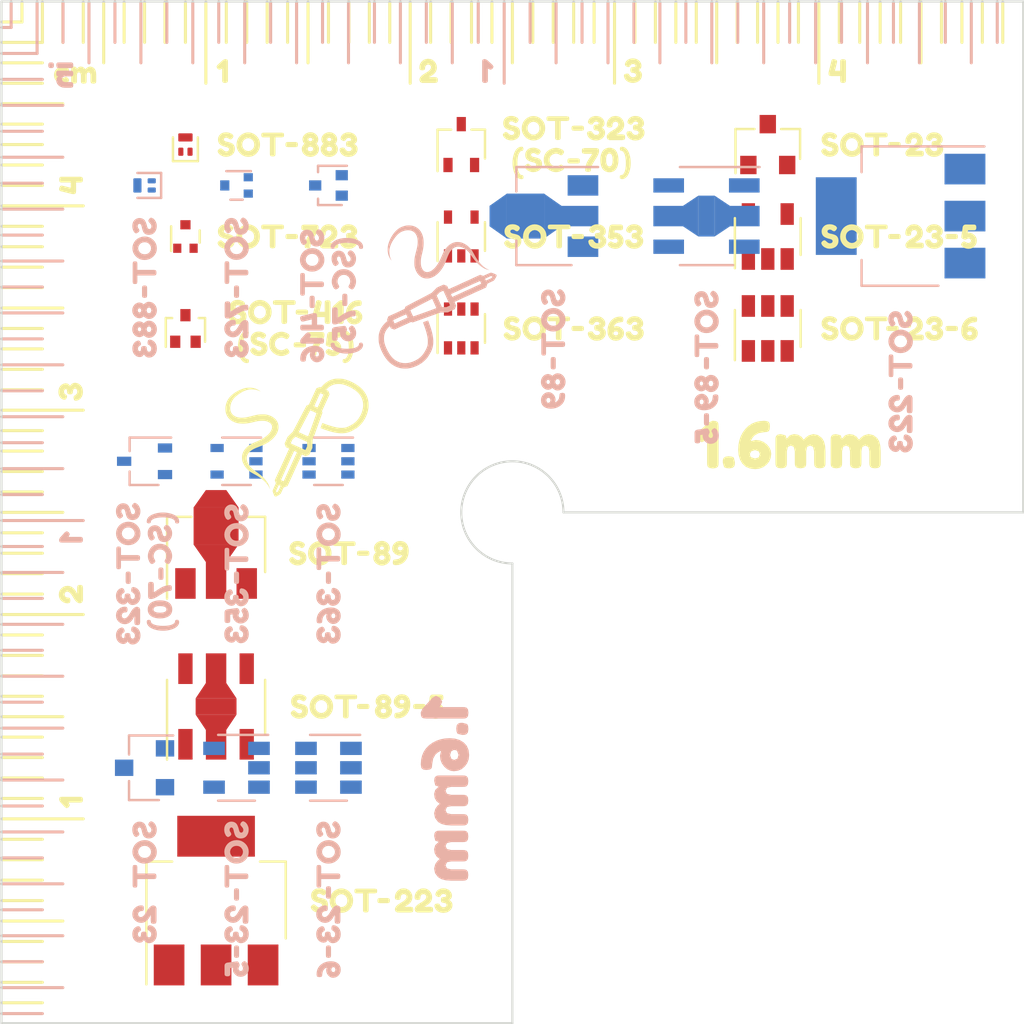
<source format=kicad_pcb>
(kicad_pcb (version 20221232) (generator pcbnew)
  (layers (0 "F.Cu" signal) (31 "B.Cu" signal) (34 "B.Paste" user) (35 "F.Paste" user) (36 "B.SilkS" user "B.Silkscreen") (37 "F.SilkS" user "F.Silkscreen") (38 "B.Mask" user) (39 "F.Mask" user) (44 "Edge.Cuts" user))
  (net 0 "")
  (footprint "kibuzzard-61E04E6F" (layer "F.Cu") (at 38.7 64)
    (fp_text reference "kibuzzard-61E04E6F" hide)
    (fp_text value "G***" hide)
  )
  (footprint "kibuzzard-61E037DF" (layer "F.Cu") (at 23.4 59.2 90)
    (fp_text reference "kibuzzard-61E037DF" hide)
    (fp_text value "G***" hide)
  )
  (footprint "kibuzzard-61E04E5B" (layer "F.Cu") (at 34.4 36.9)
    (fp_text reference "kibuzzard-61E04E5B" hide)
    (fp_text value "G***" hide)
  )
  (footprint "kibuzzard-61E04E6F" (layer "F.Cu") (at 48.2 26.2)
    (fp_text reference "kibuzzard-61E04E6F" hide)
    (fp_text value "G***" hide)
  )
  (footprint "Package_TO_SOT_SMD:SOT-89-5" (layer "F.Cu") (at 30.5 54.5 90)
    (fp_text reference "SOT-89-5" hide)
    (fp_text value "SOT-89-5" hide)
    (pad "1" smd rect locked (at -1.85 -1.5) (size 0.7 1.5) (layers "F.Cu" "F.Paste" "F.Mask"))
    (pad "2" smd rect locked (at -1.85 0) (size 1 1.5) (layers "F.Cu" "F.Paste" "F.Mask"))
    (pad "2" smd trapezoid locked (at -0.775 0 180) (size 1.5 0.75) (rect_delta 0 0.5) (layers "F.Cu" "F.Paste" "F.Mask"))
    (pad "2" smd rect locked (at 0 0) (size 2 0.8) (layers "F.Cu" "F.Paste" "F.Mask"))
    (pad "2" smd trapezoid locked (at 0.775 0) (size 1.5 0.75) (rect_delta 0 0.5) (layers "F.Cu" "F.Paste" "F.Mask"))
    (pad "2" smd rect locked (at 1.85 0) (size 1 1.5) (layers "F.Cu" "F.Paste" "F.Mask"))
    (pad "3" smd rect locked (at -1.85 1.5) (size 0.7 1.5) (layers "F.Cu" "F.Paste" "F.Mask"))
    (pad "4" smd rect locked (at 1.85 1.5) (size 0.7 1.5) (layers "F.Cu" "F.Paste" "F.Mask"))
    (pad "5" smd rect locked (at 1.85 -1.5) (size 0.7 1.5) (layers "F.Cu" "F.Paste" "F.Mask"))
  )
  (footprint "kibuzzard-61E04CF6" (layer "F.Cu") (at 63.922325 31.5)
    (fp_text reference "kibuzzard-61E04CF6" hide)
    (fp_text value "G***" hide)
  )
  (footprint "Package_TO_SOT_SMD:SOT-363_SC-70-6" (layer "F.Cu") (at 42.5 36 90)
    (fp_text reference "SOT-363" hide)
    (fp_text value "SOT-363_SC-70-6" hide)
    (pad "1" smd rect locked (at -0.95 -0.65 90) (size 0.65 0.4) (layers "F.Cu" "F.Paste" "F.Mask"))
    (pad "2" smd rect locked (at -0.95 0 90) (size 0.65 0.4) (layers "F.Cu" "F.Paste" "F.Mask"))
    (pad "3" smd rect locked (at -0.95 0.65 90) (size 0.65 0.4) (layers "F.Cu" "F.Paste" "F.Mask"))
    (pad "4" smd rect locked (at 0.95 0.65 90) (size 0.65 0.4) (layers "F.Cu" "F.Paste" "F.Mask"))
    (pad "5" smd rect locked (at 0.95 0 90) (size 0.65 0.4) (layers "F.Cu" "F.Paste" "F.Mask"))
    (pad "6" smd rect locked (at 0.95 -0.65 90) (size 0.65 0.4) (layers "F.Cu" "F.Paste" "F.Mask"))
  )
  (footprint "kibuzzard-61E04E6F" (layer "F.Cu") (at 37.7 47)
    (fp_text reference "kibuzzard-61E04E6F" hide)
    (fp_text value "G***" hide)
  )
  (footprint "Package_TO_SOT_SMD:SOT-416" (layer "F.Cu") (at 29 36 90)
    (fp_text reference "SOT-416" hide)
    (fp_text value "SOT-416")
    (pad "1" smd rect locked (at -0.65 -0.5 90) (size 0.6 0.5) (layers "F.Cu" "F.Paste" "F.Mask"))
    (pad "2" smd rect locked (at -0.65 0.5 90) (size 0.6 0.5) (layers "F.Cu" "F.Paste" "F.Mask"))
    (pad "3" smd rect locked (at 0.65 0 90) (size 0.6 0.5) (layers "F.Cu" "F.Paste" "F.Mask"))
  )
  (footprint "kibuzzard-61E04D0B" (layer "F.Cu") (at 37 47)
    (fp_text reference "kibuzzard-61E04D0B" hide)
    (fp_text value "G***" hide)
  )
  (footprint "kibuzzard-61E04E6F" (layer "F.Cu") (at 37.7 54.5)
    (fp_text reference "kibuzzard-61E04E6F" hide)
    (fp_text value "G***" hide)
  )
  (footprint "kibuzzard-61E04E6F" (layer "F.Cu") (at 48 27.8)
    (fp_text reference "kibuzzard-61E04E6F" hide)
    (fp_text value "G***" hide)
  )
  (footprint "kibuzzard-61E04CDB" (layer "F.Cu") (at 48 31.5)
    (fp_text reference "kibuzzard-61E04CDB" hide)
    (fp_text value "G***" hide)
  )
  (footprint "kibuzzard-61E04CFB" (layer "F.Cu") (at 63.946137 36)
    (fp_text reference "kibuzzard-61E04CFB" hide)
    (fp_text value "G***" hide)
  )
  (footprint "kibuzzard-61E04CD4" (layer "F.Cu") (at 48 36)
    (fp_text reference "kibuzzard-61E04CD4" hide)
    (fp_text value "G***" hide)
  )
  (footprint "Package_TO_SOT_SMD:SOT-323_SC-70" (layer "F.Cu") (at 42.5 27 90)
    (fp_text reference "SOT-323" hide)
    (fp_text value "SOT-323_SC-70")
    (pad "1" smd rect locked (at -1 -0.65) (size 0.45 0.7) (layers "F.Cu" "F.Paste" "F.Mask"))
    (pad "2" smd rect locked (at -1 0.65) (size 0.45 0.7) (layers "F.Cu" "F.Paste" "F.Mask"))
    (pad "3" smd rect locked (at 1 0) (size 0.45 0.7) (layers "F.Cu" "F.Paste" "F.Mask"))
  )
  (footprint "kibuzzard-61E04E6F" (layer "F.Cu") (at 34.2 31.5)
    (fp_text reference "kibuzzard-61E04E6F" hide)
    (fp_text value "G***" hide)
  )
  (footprint "Package_TO_SOT_SMD:SOT-723" (layer "F.Cu") (at 29 31.5 90)
    (fp_text reference "SOT-723" hide)
    (fp_text value "SOT-723")
    (pad "1" smd rect locked (at -0.575 -0.4 90) (size 0.45 0.4) (layers "F.Cu" "F.Paste" "F.Mask"))
    (pad "2" smd rect locked (at -0.575 0.4 90) (size 0.45 0.4) (layers "F.Cu" "F.Paste" "F.Mask"))
    (pad "3" smd rect locked (at 0.575 0 90) (size 0.45 0.5) (layers "F.Cu" "F.Paste" "F.Mask"))
  )
  (footprint "kibuzzard-61E037E5" (layer "F.Cu") (at 23.383331 39.1 90)
    (fp_text reference "kibuzzard-61E037E5" hide)
    (fp_text value "G***" hide)
  )
  (footprint "kibuzzard-61E04E6F" (layer "F.Cu") (at 34.6 36.8)
    (fp_text reference "kibuzzard-61E04E6F" hide)
    (fp_text value "G***" hide)
  )
  (footprint "kibuzzard-61E04CCA" (layer "F.Cu") (at 34.4 35.2)
    (fp_text reference "kibuzzard-61E04CCA" hide)
    (fp_text value "G***" hide)
  )
  (footprint "kibuzzard-61E04CEE" (layer "F.Cu") (at 63.1 27)
    (fp_text reference "kibuzzard-61E04CEE" hide)
    (fp_text value "G***" hide)
  )
  (footprint "kibuzzard-61E04CB8" (layer "F.Cu") (at 34 27)
    (fp_text reference "kibuzzard-61E04CB8" hide)
    (fp_text value "G***" hide)
  )
  (footprint "kibuzzard-61E04E6F" (layer "F.Cu") (at 34.7 35.2)
    (fp_text reference "kibuzzard-61E04E6F" hide)
    (fp_text value "G***" hide)
  )
  (footprint "Package_TO_SOT_SMD:SOT-883" (layer "F.Cu") (at 29 27 90)
    (fp_text reference "SOT-883" hide)
    (fp_text value "SOT-883")
    (pad "1" smd roundrect locked (at -0.35 -0.225 90) (size 0.4 0.25) (layers "F.Cu" "F.Paste" "F.Mask") (roundrect_rratio 0.2))
    (pad "2" smd roundrect locked (at -0.35 0.225 90) (size 0.4 0.25) (layers "F.Cu" "F.Paste" "F.Mask") (roundrect_rratio 0.2))
    (pad "3" smd roundrect locked (at 0.35 0 90) (size 0.4 0.7) (layers "F.Cu" "F.Paste" "F.Mask") (roundrect_rratio 0.125))
  )
  (footprint "kibuzzard-61E037E5" (layer "F.Cu") (at 50.9 23.383331)
    (fp_text reference "kibuzzard-61E037E5" hide)
    (fp_text value "G***" hide)
  )
  (footprint "Package_TO_SOT_SMD:SOT-353_SC-70-5" (layer "F.Cu") (at 42.5 31.5 90)
    (fp_text reference "SOT-353" hide)
    (fp_text value "SOT-353_SC-70-5" hide)
    (pad "1" smd rect locked (at -0.95 -0.65 90) (size 0.65 0.4) (layers "F.Cu" "F.Paste" "F.Mask"))
    (pad "2" smd rect locked (at -0.95 0 90) (size 0.65 0.4) (layers "F.Cu" "F.Paste" "F.Mask"))
    (pad "3" smd rect locked (at -0.95 0.65 90) (size 0.65 0.4) (layers "F.Cu" "F.Paste" "F.Mask"))
    (pad "4" smd rect locked (at 0.95 0.65 90) (size 0.65 0.4) (layers "F.Cu" "F.Paste" "F.Mask"))
    (pad "5" smd rect locked (at 0.95 -0.65 90) (size 0.65 0.4) (layers "F.Cu" "F.Paste" "F.Mask"))
  )
  (footprint "kibuzzard-61E04E6F" (layer "F.Cu") (at 66.5 31.5)
    (fp_text reference "kibuzzard-61E04E6F" hide)
    (fp_text value "G***" hide)
  )
  (footprint "kibuzzard-61E037E3" (layer "F.Cu") (at 40.9 23.392062)
    (fp_text reference "kibuzzard-61E037E3" hide)
    (fp_text value "G***" hide)
  )
  (footprint "kibuzzard-61E04D05" (layer "F.Cu") (at 37.9 54.5)
    (fp_text reference "kibuzzard-61E04D05" hide)
    (fp_text value "G***" hide)
  )
  (footprint "kibuzzard-61E04C9B" (layer "F.Cu") (at 58.5 41.7)
    (fp_text reference "kibuzzard-61E04C9B" hide)
    (fp_text value "G***" hide)
  )
  (footprint "Package_TO_SOT_SMD:SOT-223" (layer "F.Cu") (at 30.5 64 90)
    (fp_text reference "SOT-223" hide)
    (fp_text value "SOT-223")
    (pad "1" smd rect locked (at -3.15 -2.3 90) (size 2 1.5) (layers "F.Cu" "F.Paste" "F.Mask"))
    (pad "2" smd rect locked (at -3.15 0 90) (size 2 1.5) (layers "F.Cu" "F.Paste" "F.Mask"))
    (pad "3" smd rect locked (at -3.15 2.3 90) (size 2 1.5) (layers "F.Cu" "F.Paste" "F.Mask"))
    (pad "4" smd rect locked (at 3.15 0 90) (size 2 3.8) (layers "F.Cu" "F.Paste" "F.Mask"))
  )
  (footprint "kibuzzard-61E04E6F" (layer "F.Cu") (at 40.45 54.5)
    (fp_text reference "kibuzzard-61E04E6F" hide)
    (fp_text value "G***" hide)
  )
  (footprint "kibuzzard-61E04E6F" (layer "F.Cu") (at 48.2 36)
    (fp_text reference "kibuzzard-61E04E6F" hide)
    (fp_text value "G***" hide)
  )
  (footprint "kibuzzard-61E04E6F" (layer "F.Cu") (at 66.5 36)
    (fp_text reference "kibuzzard-61E04E6F" hide)
    (fp_text value "G***" hide)
  )
  (footprint "kibuzzard-61E04D14" (layer "F.Cu") (at 38.6 64)
    (fp_text reference "kibuzzard-61E04D14" hide)
    (fp_text value "G***" hide)
  )
  (footprint "kibuzzard-61E037E9" (layer "F.Cu") (at 60.9 23.4)
    (fp_text reference "kibuzzard-61E037E9" hide)
    (fp_text value "G***" hide)
  )
  (footprint "kibuzzard-61E037D5" (layer "F.Cu") (at 23.6 23.6)
    (fp_text reference "kibuzzard-61E037D5" hide)
    (fp_text value "G***" hide)
  )
  (footprint "Package_TO_SOT_SMD:SOT-89-3" (layer "F.Cu") (at 30.5 47 90)
    (fp_text reference "SOT-89" hide)
    (fp_text value "SOT-89-3")
    (pad "1" smd rect locked (at -1.48 -1.5) (size 1 1.5) (layers "F.Cu" "F.Paste" "F.Mask"))
    (pad "2" smd rect locked (at -1.3335 0) (size 1 1.8) (layers "F.Cu" "F.Paste" "F.Mask"))
    (pad "2" smd trapezoid locked (at -0.0762 0 180) (size 1.5 1) (rect_delta 0 0.7) (layers "F.Cu" "F.Paste" "F.Mask"))
    (pad "2" smd rect locked (at 1.3335 0) (size 2.2 1.84) (layers "F.Cu" "F.Paste" "F.Mask"))
    (pad "2" smd trapezoid locked (at 2.667 0) (size 1.6 0.85) (rect_delta 0 0.6) (layers "F.Cu" "F.Paste" "F.Mask"))
    (pad "3" smd rect locked (at -1.48 1.5) (size 1 1.5) (layers "F.Cu" "F.Paste" "F.Mask"))
  )
  (footprint "kibuzzard-61E04E6F" (layer "F.Cu") (at 48.2 31.5)
    (fp_text reference "kibuzzard-61E04E6F" hide)
    (fp_text value "G***" hide)
  )
  (footprint "kibuzzard-61E037E3" (layer "F.Cu") (at 23.392062 49 90)
    (fp_text reference "kibuzzard-61E037E3" hide)
    (fp_text value "G***" hide)
  )
  (footprint "kibuzzard-61E037E9" (layer "F.Cu") (at 23.4 29 90)
    (fp_text reference "kibuzzard-61E037E9" hide)
    (fp_text value "G***" hide)
  )
  (footprint "Package_TO_SOT_SMD:SOT-23-5" (layer "F.Cu") (at 57.5 31.5 90)
    (fp_text reference "SOT-23-5" hide)
    (fp_text value "SOT-23-5")
    (pad "1" smd rect locked (at -1.1 -0.95 90) (size 1.06 0.65) (layers "F.Cu" "F.Paste" "F.Mask"))
    (pad "2" smd rect locked (at -1.1 0 90) (size 1.06 0.65) (layers "F.Cu" "F.Paste" "F.Mask"))
    (pad "3" smd rect locked (at -1.1 0.95 90) (size 1.06 0.65) (layers "F.Cu" "F.Paste" "F.Mask"))
    (pad "4" smd rect locked (at 1.1 0.95 90) (size 1.06 0.65) (layers "F.Cu" "F.Paste" "F.Mask"))
    (pad "5" smd rect locked (at 1.1 -0.95 90) (size 1.06 0.65) (layers "F.Cu" "F.Paste" "F.Mask"))
  )
  (footprint "kibuzzard-61E037DF" (layer "F.Cu") (at 30.8 23.4)
    (fp_text reference "kibuzzard-61E037DF" hide)
    (fp_text value "G***" hide)
  )
  (footprint "Symbols_Extra:SolderParty-New-Logo_7.5x6.4mm_SilkScreen" (layer "F.Cu") (at 34.7 41.1)
    (fp_text reference "G***" hide)
    (fp_text value "LOGO" hide)
  )
  (footprint "kibuzzard-61E04CC2" (layer "F.Cu") (at 34 31.5)
    (fp_text reference "kibuzzard-61E04CC2" hide)
    (fp_text value "G***" hide)
  )
  (footprint "kibuzzard-61E04CE3" (layer "F.Cu") (at 48 26.2)
    (fp_text reference "kibuzzard-61E04CE3" hide)
    (fp_text value "G***" hide)
  )
  (footprint "Package_TO_SOT_SMD:SOT-23-6" (layer "F.Cu") (at 57.5 36 90)
    (fp_text reference "SOT-23-6" hide)
    (fp_text value "SOT-23-6")
    (pad "1" smd rect locked (at -1.1 -0.95 90) (size 1.06 0.65) (layers "F.Cu" "F.Paste" "F.Mask"))
    (pad "2" smd rect locked (at -1.1 0 90) (size 1.06 0.65) (layers "F.Cu" "F.Paste" "F.Mask"))
    (pad "3" smd rect locked (at -1.1 0.95 90) (size 1.06 0.65) (layers "F.Cu" "F.Paste" "F.Mask"))
    (pad "4" smd rect locked (at 1.1 0.95 90) (size 1.06 0.65) (layers "F.Cu" "F.Paste" "F.Mask"))
    (pad "5" smd rect locked (at 1.1 0 90) (size 1.06 0.65) (layers "F.Cu" "F.Paste" "F.Mask"))
    (pad "6" smd rect locked (at 1.1 -0.95 90) (size 1.06 0.65) (layers "F.Cu" "F.Paste" "F.Mask"))
  )
  (footprint "Package_TO_SOT_SMD:SOT-23" (layer "F.Cu") (at 57.5 27 90)
    (fp_text reference "SOT-23" hide)
    (fp_text value "SOT-23")
    (pad "1" smd rect locked (at -1 -0.95 90) (size 0.9 0.8) (layers "F.Cu" "F.Paste" "F.Mask"))
    (pad "2" smd rect locked (at -1 0.95 90) (size 0.9 0.8) (layers "F.Cu" "F.Paste" "F.Mask"))
    (pad "3" smd rect locked (at 1 0 90) (size 0.9 0.8) (layers "F.Cu" "F.Paste" "F.Mask"))
  )
  (footprint "kibuzzard-61E04E50" (layer "F.Cu") (at 47.9 27.9)
    (fp_text reference "kibuzzard-61E04E50" hide)
    (fp_text value "G***" hide)
  )
  (footprint "kibuzzard-61E04E6F" (layer "F.Cu") (at 63.6 36)
    (fp_text reference "kibuzzard-61E04E6F" hide)
    (fp_text value "G***" hide)
  )
  (footprint "kibuzzard-61E04E6F" (layer "F.Cu") (at 63.7 31.5)
    (fp_text reference "kibuzzard-61E04E6F" hide)
    (fp_text value "G***" hide)
  )
  (footprint "kibuzzard-61E04E6F" (layer "F.Cu") (at 63.7 27)
    (fp_text reference "kibuzzard-61E04E6F" hide)
    (fp_text value "G***" hide)
  )
  (footprint "kibuzzard-61E04E6F" (layer "F.Cu") (at 34.2 27)
    (fp_text reference "kibuzzard-61E04E6F" hide)
    (fp_text value "G***" hide)
  )
  (footprint "kibuzzard-61E04CDB" (layer "B.Cu") (at 31.5 48 -90)
    (fp_text reference "kibuzzard-61E04CDB" hide)
    (fp_text value "G***" hide)
  )
  (footprint "kibuzzard-61E04E6F" (layer "B.Cu") (at 27.8 48 -90)
    (fp_text reference "kibuzzard-61E04E6F" hide)
    (fp_text value "G***" hide)
  )
  (footprint "kibuzzard-61E04D05" (layer "B.Cu") (at 54.5 37.9 -90)
    (fp_text reference "kibuzzard-61E04D05" hide)
    (fp_text value "G***" hide)
  )
  (footprint "kibuzzard-61E04E6F" (layer "B.Cu") (at 36 48.2 -90)
    (fp_text reference "kibuzzard-61E04E6F" hide)
    (fp_text value "G***" hide)
  )
  (footprint "Package_TO_SOT_SMD:SOT-23-6" (layer "B.Cu") (at 36 57.5 180)
    (fp_text reference "SOT-23-6" hide)
    (fp_text value "SOT-23-6")
    (pad "1" smd rect locked (at -1.1 0.95 180) (size 1.06 0.65) (layers "B.Cu" "B.Paste" "B.Mask"))
    (pad "2" smd rect locked (at -1.1 0 180) (size 1.06 0.65) (layers "B.Cu" "B.Paste" "B.Mask"))
    (pad "3" smd rect locked (at -1.1 -0.95 180) (size 1.06 0.65) (layers "B.Cu" "B.Paste" "B.Mask"))
    (pad "4" smd rect locked (at 1.1 -0.95 180) (size 1.06 0.65) (layers "B.Cu" "B.Paste" "B.Mask"))
    (pad "5" smd rect locked (at 1.1 0 180) (size 1.06 0.65) (layers "B.Cu" "B.Paste" "B.Mask"))
    (pad "6" smd rect locked (at 1.1 0.95 180) (size 1.06 0.65) (layers "B.Cu" "B.Paste" "B.Mask"))
  )
  (footprint "Package_TO_SOT_SMD:SOT-323_SC-70" (layer "B.Cu") (at 27 42.5 180)
    (fp_text reference "SOT-323" hide)
    (fp_text value "SOT-323_SC-70")
    (pad "1" smd rect locked (at -1 0.65 270) (size 0.45 0.7) (layers "B.Cu" "B.Paste" "B.Mask"))
    (pad "2" smd rect locked (at -1 -0.65 270) (size 0.45 0.7) (layers "B.Cu" "B.Paste" "B.Mask"))
    (pad "3" smd rect locked (at 1 0 270) (size 0.45 0.7) (layers "B.Cu" "B.Paste" "B.Mask"))
  )
  (footprint "Package_TO_SOT_SMD:SOT-223" (layer "B.Cu") (at 64 30.5 180)
    (fp_text reference "SOT-223" hide)
    (fp_text value "SOT-223")
    (pad "1" smd rect locked (at -3.15 2.3 180) (size 2 1.5) (layers "B.Cu" "B.Paste" "B.Mask"))
    (pad "2" smd rect locked (at -3.15 0 180) (size 2 1.5) (layers "B.Cu" "B.Paste" "B.Mask"))
    (pad "3" smd rect locked (at -3.15 -2.3 180) (size 2 1.5) (layers "B.Cu" "B.Paste" "B.Mask"))
    (pad "4" smd rect locked (at 3.15 0 180) (size 2 3.8) (layers "B.Cu" "B.Paste" "B.Mask"))
  )
  (footprint "Package_TO_SOT_SMD:SOT-23" (layer "B.Cu") (at 27 57.5 180)
    (fp_text reference "SOT-23" hide)
    (fp_text value "SOT-23")
    (pad "1" smd rect locked (at -1 0.95 180) (size 0.9 0.8) (layers "B.Cu" "B.Paste" "B.Mask"))
    (pad "2" smd rect locked (at -1 -0.95 180) (size 0.9 0.8) (layers "B.Cu" "B.Paste" "B.Mask"))
    (pad "3" smd rect locked (at 1 0 180) (size 0.9 0.8) (layers "B.Cu" "B.Paste" "B.Mask"))
  )
  (footprint "Package_TO_SOT_SMD:SOT-363_SC-70-6" (layer "B.Cu") (at 36 42.5 180)
    (fp_text reference "SOT-363" hide)
    (fp_text value "SOT-363_SC-70-6" hide)
    (pad "1" smd rect locked (at -0.95 0.65 180) (size 0.65 0.4) (layers "B.Cu" "B.Paste" "B.Mask"))
    (pad "2" smd rect locked (at -0.95 0 180) (size 0.65 0.4) (layers "B.Cu" "B.Paste" "B.Mask"))
    (pad "3" smd rect locked (at -0.95 -0.65 180) (size 0.65 0.4) (layers "B.Cu" "B.Paste" "B.Mask"))
    (pad "4" smd rect locked (at 0.95 -0.65 180) (size 0.65 0.4) (layers "B.Cu" "B.Paste" "B.Mask"))
    (pad "5" smd rect locked (at 0.95 0 180) (size 0.65 0.4) (layers "B.Cu" "B.Paste" "B.Mask"))
    (pad "6" smd rect locked (at 0.95 0.65 180) (size 0.65 0.4) (layers "B.Cu" "B.Paste" "B.Mask"))
  )
  (footprint "kibuzzard-61E04E6F" (layer "B.Cu") (at 27 34.2 -90)
    (fp_text reference "kibuzzard-61E04E6F" hide)
    (fp_text value "G***" hide)
  )
  (footprint "kibuzzard-61E04E6F" (layer "B.Cu") (at 36 66.5 -90)
    (fp_text reference "kibuzzard-61E04E6F" hide)
    (fp_text value "G***" hide)
  )
  (footprint "Symbols_Extra:SolderParty-New-Logo_7.5x6.4mm_SilkScreen" (layer "B.Cu") (at 41.1 34.7 -90)
    (fp_text reference "G***" hide)
    (fp_text value "LOGO" hide)
  )
  (footprint "kibuzzard-61E04CB8" (layer "B.Cu") (at 27 34 -90)
    (fp_text reference "kibuzzard-61E04CB8" hide)
    (fp_text value "G***" hide)
  )
  (footprint "kibuzzard-61E04E6F" (layer "B.Cu") (at 31.5 34.2 -90)
    (fp_text reference "kibuzzard-61E04E6F" hide)
    (fp_text value "G***" hide)
  )
  (footprint "kibuzzard-61E04E6F" (layer "B.Cu") (at 31.5 63.7 -90)
    (fp_text reference "kibuzzard-61E04E6F" hide)
    (fp_text value "G***" hide)
  )
  (footprint "kibuzzard-61E04CFB" (layer "B.Cu") (at 36 63.946137 -90)
    (fp_text reference "kibuzzard-61E04CFB" hide)
    (fp_text value "G***" hide)
  )
  (footprint "kibuzzard-61E04CD4" (layer "B.Cu") (at 36 48 -90)
    (fp_text reference "kibuzzard-61E04CD4" hide)
    (fp_text value "G***" hide)
  )
  (footprint "kibuzzard-61E04E6F" (layer "B.Cu") (at 26.2 48.2 -90)
    (fp_text reference "kibuzzard-61E04E6F" hide)
    (fp_text value "G***" hide)
  )
  (footprint "kibuzzard-61E04E6F" (layer "B.Cu") (at 36 63.6 -90)
    (fp_text reference "kibuzzard-61E04E6F" hide)
    (fp_text value "G***" hide)
  )
  (footprint "kibuzzard-61E04E6F" (layer "B.Cu") (at 47 37.7 -90)
    (fp_text reference "kibuzzard-61E04E6F" hide)
    (fp_text value "G***" hide)
  )
  (footprint "kibuzzard-61E04CC2" (layer "B.Cu") (at 31.5 34 -90)
    (fp_text reference "kibuzzard-61E04CC2" hide)
    (fp_text value "G***" hide)
  )
  (footprint "kibuzzard-61E04E5B" (layer "B.Cu") (at 36.9 34.4 -90)
    (fp_text reference "kibuzzard-61E04E5B" hide)
    (fp_text value "G***" hide)
  )
  (footprint "kibuzzard-61E04CCA" (layer "B.Cu") (at 35.2 34.4 -90)
    (fp_text reference "kibuzzard-61E04CCA" hide)
    (fp_text value "G***" hide)
  )
  (footprint "Package_TO_SOT_SMD:SOT-353_SC-70-5" (layer "B.Cu") (at 31.5 42.5 180)
    (fp_text reference "SOT-353" hide)
    (fp_text value "SOT-353_SC-70-5" hide)
    (pad "1" smd rect locked (at -0.95 0.65 180) (size 0.65 0.4) (layers "B.Cu" "B.Paste" "B.Mask"))
    (pad "2" smd rect locked (at -0.95 0 180) (size 0.65 0.4) (layers "B.Cu" "B.Paste" "B.Mask"))
    (pad "3" smd rect locked (at -0.95 -0.65 180) (size 0.65 0.4) (layers "B.Cu" "B.Paste" "B.Mask"))
    (pad "4" smd rect locked (at 0.95 -0.65 180) (size 0.65 0.4) (layers "B.Cu" "B.Paste" "B.Mask"))
    (pad "5" smd rect locked (at 0.95 0.65 180) (size 0.65 0.4) (layers "B.Cu" "B.Paste" "B.Mask"))
  )
  (footprint "kibuzzard-61E04E6F" (layer "B.Cu") (at 54.5 37.7 -90)
    (fp_text reference "kibuzzard-61E04E6F" hide)
    (fp_text value "G***" hide)
  )
  (footprint "kibuzzard-61E04E6F" (layer "B.Cu") (at 54.5 40.45 -90)
    (fp_text reference "kibuzzard-61E04E6F" hide)
    (fp_text value "G***" hide)
  )
  (footprint "kibuzzard-61E04E6F" (layer "B.Cu") (at 64 38.7 -90)
    (fp_text reference "kibuzzard-61E04E6F" hide)
    (fp_text value "G***" hide)
  )
  (footprint "Package_TO_SOT_SMD:SOT-416" (layer "B.Cu") (at 36 29 180)
    (fp_text reference "SOT-416" hide)
    (fp_text value "SOT-416")
    (pad "1" smd rect locked (at -0.65 0.5 180) (size 0.6 0.5) (layers "B.Cu" "B.Paste" "B.Mask"))
    (pad "2" smd rect locked (at -0.65 -0.5 180) (size 0.6 0.5) (layers "B.Cu" "B.Paste" "B.Mask"))
    (pad "3" smd rect locked (at 0.65 0 180) (size 0.6 0.5) (layers "B.Cu" "B.Paste" "B.Mask"))
  )
  (footprint "kibuzzard-61E04D0B" (layer "B.Cu") (at 47 37 -90)
    (fp_text reference "kibuzzard-61E04D0B" hide)
    (fp_text value "G***" hide)
  )
  (footprint "kibuzzard-61E04E6F" (layer "B.Cu") (at 36.8 34.6 -90)
    (fp_text reference "kibuzzard-61E04E6F" hide)
    (fp_text value "G***" hide)
  )
  (footprint "kibuzzard-61E03F3F" (layer "B.Cu") (at 22.9 23.6 -90)
    (fp_text reference "kibuzzard-61E03F3F" hide)
    (fp_text value "G***" hide)
  )
  (footprint "kibuzzard-61E04CF6" (layer "B.Cu") (at 31.5 63.922325 -90)
    (fp_text reference "kibuzzard-61E04CF6" hide)
    (fp_text value "G***" hide)
  )
  (footprint "kibuzzard-61E04E50" (layer "B.Cu") (at 27.9 47.9 -90)
    (fp_text reference "kibuzzard-61E04E50" hide)
    (fp_text value "G***" hide)
  )
  (footprint "kibuzzard-61E04E6F" (layer "B.Cu") (at 31.5 66.5 -90)
    (fp_text reference "kibuzzard-61E04E6F" hide)
    (fp_text value "G***" hide)
  )
  (footprint "kibuzzard-61E04E6F" (layer "B.Cu") (at 35.2 34.7 -90)
    (fp_text reference "kibuzzard-61E04E6F" hide)
    (fp_text value "G***" hide)
  )
  (footprint "kibuzzard-61E04CEE" (layer "B.Cu") (at 27 63.1 -90)
    (fp_text reference "kibuzzard-61E04CEE" hide)
    (fp_text value "G***" hide)
  )
  (footprint "Package_TO_SOT_SMD:SOT-89-3" (layer "B.Cu") (at 46.975 30.5 180)
    (fp_text reference "SOT-89" hide)
    (fp_text value "SOT-89-3")
    (pad "1" smd rect locked (at -1.48 1.5 270) (size 1 1.5) (layers "B.Cu" "B.Paste" "B.Mask"))
    (pad "2" smd rect locked (at -1.3335 0 270) (size 1 1.8) (layers "B.Cu" "B.Paste" "B.Mask"))
    (pad "2" smd trapezoid locked (at -0.0762 0 90) (size 1.5 1) (rect_delta 0 -0.7) (layers "B.Cu" "B.Paste" "B.Mask"))
    (pad "2" smd rect locked (at 1.3335 0 270) (size 2.2 1.84) (layers "B.Cu" "B.Paste" "B.Mask"))
    (pad "2" smd trapezoid locked (at 2.667 0 270) (size 1.6 0.85) (rect_delta 0 -0.6) (layers "B.Cu" "B.Paste" "B.Mask"))
    (pad "3" smd rect locked (at -1.48 -1.5 270) (size 1 1.5) (layers "B.Cu" "B.Paste" "B.Mask"))
  )
  (footprint "kibuzzard-61E04CE3" (layer "B.Cu") (at 26.2 48 -90)
    (fp_text reference "kibuzzard-61E04CE3" hide)
    (fp_text value "G***" hide)
  )
  (footprint "Package_TO_SOT_SMD:SOT-883" (layer "B.Cu") (at 27 29 180)
    (fp_text reference "SOT-883" hide)
    (fp_text value "SOT-883")
    (pad "1" smd roundrect locked (at -0.35 0.225 180) (size 0.4 0.25) (layers "B.Cu" "B.Paste" "B.Mask") (roundrect_rratio 0.2))
    (pad "2" smd roundrect locked (at -0.35 -0.225 180) (size 0.4 0.25) (layers "B.Cu" "B.Paste" "B.Mask") (roundrect_rratio 0.2))
    (pad "3" smd roundrect locked (at 0.35 0 180) (size 0.4 0.7) (layers "B.Cu" "B.Paste" "B.Mask") (roundrect_rratio 0.125))
  )
  (footprint "kibuzzard-61E037DF" (layer "B.Cu") (at 43.8 23.399999 180)
    (fp_text reference "kibuzzard-61E037DF" hide)
    (fp_text value "G***" hide)
  )
  (footprint "Package_TO_SOT_SMD:SOT-23-5" (layer "B.Cu") (at 31.5 57.5 180)
    (fp_text reference "SOT-23-5" hide)
    (fp_text value "SOT-23-5")
    (pad "1" smd rect locked (at -1.1 0.95 180) (size 1.06 0.65) (layers "B.Cu" "B.Paste" "B.Mask"))
    (pad "2" smd rect locked (at -1.1 0 180) (size 1.06 0.65) (layers "B.Cu" "B.Paste" "B.Mask"))
    (pad "3" smd rect locked (at -1.1 -0.95 180) (size 1.06 0.65) (layers "B.Cu" "B.Paste" "B.Mask"))
    (pad "4" smd rect locked (at 1.1 -0.95 180) (size 1.06 0.65) (layers "B.Cu" "B.Paste" "B.Mask"))
    (pad "5" smd rect locked (at 1.1 0.95 180) (size 1.06 0.65) (layers "B.Cu" "B.Paste" "B.Mask"))
  )
  (footprint "kibuzzard-61E04D14" (layer "B.Cu") (at 64 38.6 -90)
    (fp_text reference "kibuzzard-61E04D14" hide)
    (fp_text value "G***" hide)
  )
  (footprint "kibuzzard-61E037DF" (layer "B.Cu") (at 23.399999 46.2 -90)
    (fp_text reference "kibuzzard-61E037DF" hide)
    (fp_text value "G***" hide)
  )
  (footprint "kibuzzard-61E04C9B" (layer "B.Cu") (at 41.7 58.5 -90)
    (fp_text reference "kibuzzard-61E04C9B" hide)
    (fp_text value "G***" hide)
  )
  (footprint "Package_TO_SOT_SMD:SOT-723" (layer "B.Cu") (at 31.5 29 180)
    (fp_text reference "SOT-723" hide)
    (fp_text value "SOT-723")
    (pad "1" smd rect locked (at -0.575 0.4 180) (size 0.45 0.4) (layers "B.Cu" "B.Paste" "B.Mask"))
    (pad "2" smd rect locked (at -0.575 -0.4 180) (size 0.45 0.4) (layers "B.Cu" "B.Paste" "B.Mask"))
    (pad "3" smd rect locked (at 0.575 0 180) (size 0.45 0.5) (layers "B.Cu" "B.Paste" "B.Mask"))
  )
  (footprint "kibuzzard-61E04E6F" (layer "B.Cu") (at 31.5 48.2 -90)
    (fp_text reference "kibuzzard-61E04E6F" hide)
    (fp_text value "G***" hide)
  )
  (footprint "Package_TO_SOT_SMD:SOT-89-5" (layer "B.Cu") (at 54.5 30.5 180)
    (fp_text reference "SOT-89-5" hide)
    (fp_text value "SOT-89-5" hide)
    (pad "1" smd rect locked (at -1.85 1.5 270) (size 0.7 1.5) (layers "B.Cu" "B.Paste" "B.Mask"))
    (pad "2" smd rect locked (at -1.85 0 270) (size 1 1.5) (layers "B.Cu" "B.Paste" "B.Mask"))
    (pad "2" smd trapezoid locked (at -0.775 0 90) (size 1.5 0.75) (rect_delta 0 -0.5) (layers "B.Cu" "B.Paste" "B.Mask"))
    (pad "2" smd rect locked (at 0 0 270) (size 2 0.8) (layers "B.Cu" "B.Paste" "B.Mask"))
    (pad "2" smd trapezoid locked (at 0.775 0 270) (size 1.5 0.75) (rect_delta 0 -0.5) (layers "B.Cu" "B.Paste" "B.Mask"))
    (pad "2" smd rect locked (at 1.85 0 270) (size 1 1.5) (layers "B.Cu" "B.Paste" "B.Mask"))
    (pad "3" smd rect locked (at -1.85 -1.5 270) (size 0.7 1.5) (layers "B.Cu" "B.Paste" "B.Mask"))
    (pad "4" smd rect locked (at 1.85 -1.5 270) (size 0.7 1.5) (layers "B.Cu" "B.Paste" "B.Mask"))
    (pad "5" smd rect locked (at 1.85 1.5 270) (size 0.7 1.5) (layers "B.Cu" "B.Paste" "B.Mask"))
  )
  (gr_line (start 28.09 20) (end 28.09 22) (stroke (width 0.15)) (layer "B.SilkS"))
  (gr_line (start 57.3 20) (end 57.3 22.999999) (stroke (width 0.15)) (layer "B.SilkS"))
  (gr_line (start 20.47 20) (end 20.47 21.27) (stroke (width 0.15)) (layer "B.SilkS"))
  (gr_line (start 20 25.08) (end 22.999999 25.08) (stroke (width 0.15)) (layer "B.SilkS"))
  (gr_line (start 44.6 20) (end 44.6 23.999999) (stroke (width 0.15)) (layer "B.SilkS"))
  (gr_line (start 47.14 20) (end 47.14 22.999999) (stroke (width 0.15)) (layer "B.SilkS"))
  (gr_line (start 20 39.05) (end 22 39.05) (stroke (width 0.15)) (layer "B.SilkS"))
  (gr_line (start 59.84 20) (end 59.84 22.999999) (stroke (width 0.15)) (layer "B.SilkS"))
  (gr_line (start 53.49 20) (end 53.49 22) (stroke (width 0.15)) (layer "B.SilkS"))
  (gr_line (start 20 58.1) (end 22.999999 58.1) (stroke (width 0.15)) (layer "B.SilkS"))
  (gr_line (start 20 22.54) (end 21.74 22.54) (stroke (width 0.15)) (layer "B.SilkS"))
  (gr_line (start 20 51.75) (end 22 51.75) (stroke (width 0.15)) (layer "B.SilkS"))
  (gr_line (start 64.92 20) (end 64.92 22.999999) (stroke (width 0.15)) (layer "B.SilkS"))
  (gr_line (start 63.65 20) (end 63.65 22) (stroke (width 0.15)) (layer "B.SilkS"))
  (gr_line (start 20 64.45) (end 22 64.45) (stroke (width 0.15)) (layer "B.SilkS"))
  (gr_line (start 20 60.64) (end 22.999999 60.64) (stroke (width 0.15)) (layer "B.SilkS"))
  (gr_line (start 20 28.89) (end 22 28.89) (stroke (width 0.15)) (layer "B.SilkS"))
  (gr_line (start 20 44.13) (end 22 44.13) (stroke (width 0.15)) (layer "B.SilkS"))
  (gr_line (start 67.46 20) (end 67.46 22.999999) (stroke (width 0.15)) (layer "B.SilkS"))
  (gr_line (start 20 50.48) (end 22.999999 50.48) (stroke (width 0.15)) (layer "B.SilkS"))
  (gr_line (start 45.87 20) (end 45.87 22) (stroke (width 0.15)) (layer "B.SilkS"))
  (gr_line (start 20 32.7) (end 22.999999 32.7) (stroke (width 0.15)) (layer "B.SilkS"))
  (gr_line (start 49.68 20) (end 49.68 22.999999) (stroke (width 0.15)) (layer "B.SilkS"))
  (gr_line (start 48.41 20) (end 48.41 22) (stroke (width 0.15)) (layer "B.SilkS"))
  (gr_line (start 20 46.67) (end 22 46.67) (stroke (width 0.15)) (layer "B.SilkS"))
  (gr_line (start 20 23.81) (end 22 23.81) (stroke (width 0.15)) (layer "B.SilkS"))
  (gr_line (start 38.25 20) (end 38.25 22) (stroke (width 0.15)) (layer "B.SilkS"))
  (gr_line (start 50.95 20) (end 50.95 22) (stroke (width 0.15)) (layer "B.SilkS"))
  (gr_line (start 20 68.26) (end 22.999999 68.26) (stroke (width 0.15)) (layer "B.SilkS"))
  (gr_line (start 42.06 20) (end 42.06 22.999999) (stroke (width 0.15)) (layer "B.SilkS"))
  (gr_line (start 25.55 20) (end 25.55 22) (stroke (width 0.15)) (layer "B.SilkS"))
  (gr_line (start 20 36.51) (end 22 36.51) (stroke (width 0.15)) (layer "B.SilkS"))
  (gr_line (start 40.79 20) (end 40.79 22) (stroke (width 0.15)) (layer "B.SilkS"))
  (gr_line (start 20 55.56) (end 22.999999 55.56) (stroke (width 0.15)) (layer "B.SilkS"))
  (gr_line (start 33.17 20) (end 33.17 22) (stroke (width 0.15)) (layer "B.SilkS"))
  (gr_line (start 24.28 20) (end 24.28 22.999999) (stroke (width 0.15)) (layer "B.SilkS"))
  (gr_line (start 20 59.37) (end 22 59.37) (stroke (width 0.15)) (layer "B.SilkS"))
  (gr_line (start 23.01 20) (end 23.01 22) (stroke (width 0.15)) (layer "B.SilkS"))
  (gr_line (start 20 40.32) (end 22.999999 40.32) (stroke (width 0.15)) (layer "B.SilkS"))
  (gr_line (start 62.38 20) (end 62.38 22.999999) (stroke (width 0.15)) (layer "B.SilkS"))
  (gr_line (start 26.82 20) (end 26.82 22.999999) (stroke (width 0.15)) (layer "B.SilkS"))
  (gr_line (start 20 42.86) (end 22.999999 42.86) (stroke (width 0.15)) (layer "B.SilkS"))
  (gr_line (start 30.63 20) (end 30.63 22) (stroke (width 0.15)) (layer "B.SilkS"))
  (gr_line (start 21.74 20) (end 21.74 22.54) (stroke (width 0.15)) (layer "B.SilkS"))
  (gr_line (start 20 61.91) (end 22 61.91) (stroke (width 0.15)) (layer "B.SilkS"))
  (gr_line (start 31.9 20) (end 31.9 22.999999) (stroke (width 0.15)) (layer "B.SilkS"))
  (gr_line (start 20 31.43) (end 22 31.43) (stroke (width 0.15)) (layer "B.SilkS"))
  (gr_line (start 20 37.78) (end 22.999999 37.78) (stroke (width 0.15)) (layer "B.SilkS"))
  (gr_line (start 20 27.62) (end 22.999999 27.62) (stroke (width 0.15)) (layer "B.SilkS"))
  (gr_line (start 20 45.4) (end 23.999999 45.4) (stroke (width 0.15)) (layer "B.SilkS"))
  (gr_line (start 20 33.97) (end 22 33.97) (stroke (width 0.15)) (layer "B.SilkS"))
  (gr_line (start 29.36 20) (end 29.36 22.999999) (stroke (width 0.15)) (layer "B.SilkS"))
  (gr_line (start 43.33 20) (end 43.33 22) (stroke (width 0.15)) (layer "B.SilkS"))
  (gr_line (start 20 66.99) (end 22 66.99) (stroke (width 0.15)) (layer "B.SilkS"))
  (gr_line (start 54.76 20) (end 54.76 22.999999) (stroke (width 0.15)) (layer "B.SilkS"))
  (gr_line (start 20 56.83) (end 22 56.83) (stroke (width 0.15)) (layer "B.SilkS"))
  (gr_line (start 20 69.53) (end 22 69.53) (stroke (width 0.15)) (layer "B.SilkS"))
  (gr_line (start 20 47.94) (end 22.999999 47.94) (stroke (width 0.15)) (layer "B.SilkS"))
  (gr_line (start 39.52 20) (end 39.52 22.999999) (stroke (width 0.15)) (layer "B.SilkS"))
  (gr_line (start 34.44 20) (end 34.44 22.999999) (stroke (width 0.15)) (layer "B.SilkS"))
  (gr_line (start 20 49.21) (end 22 49.21) (stroke (width 0.15)) (layer "B.SilkS"))
  (gr_line (start 68.73 20) (end 68.73 22) (stroke (width 0.15)) (layer "B.SilkS"))
  (gr_line (start 20 21.27) (end 20.47 21.27) (stroke (width 0.15)) (layer "B.SilkS"))
  (gr_line (start 20 63.18) (end 22.999999 63.18) (stroke (width 0.15)) (layer "B.SilkS"))
  (gr_line (start 58.57 20) (end 58.57 22) (stroke (width 0.15)) (layer "B.SilkS"))
  (gr_line (start 52.22 20) (end 52.22 22.999999) (stroke (width 0.15)) (layer "B.SilkS"))
  (gr_line (start 35.71 20) (end 35.71 22) (stroke (width 0.15)) (layer "B.SilkS"))
  (gr_line (start 66.19 20) (end 66.19 22) (stroke (width 0.15)) (layer "B.SilkS"))
  (gr_line (start 20 26.35) (end 22 26.35) (stroke (width 0.15)) (layer "B.SilkS"))
  (gr_line (start 20 65.72) (end 22.999999 65.72) (stroke (width 0.15)) (layer "B.SilkS"))
  (gr_line (start 56.03 20) (end 56.03 22) (stroke (width 0.15)) (layer "B.SilkS"))
  (gr_line (start 20 41.59) (end 22 41.59) (stroke (width 0.15)) (layer "B.SilkS"))
  (gr_line (start 20 30.16) (end 22.999999 30.16) (stroke (width 0.15)) (layer "B.SilkS"))
  (gr_line (start 20 54.29) (end 22 54.29) (stroke (width 0.15)) (layer "B.SilkS"))
  (gr_line (start 36.98 20) (end 36.98 22.999999) (stroke (width 0.15)) (layer "B.SilkS"))
  (gr_line (start 20 53.02) (end 22.999999 53.02) (stroke (width 0.15)) (layer "B.SilkS"))
  (gr_line (start 20 35.24) (end 22.999999 35.24) (stroke (width 0.15)) (layer "B.SilkS"))
  (gr_line (start 61.11 20) (end 61.11 22) (stroke (width 0.15)) (layer "B.SilkS"))
  (gr_line (start 20 47) (end 22 47) (stroke (width 0.15)) (layer "F.SilkS"))
  (gr_line (start 20 63) (end 22 63) (stroke (width 0.15)) (layer "F.SilkS"))
  (gr_line (start 54 20) (end 54 22) (stroke (width 0.15)) (layer "F.SilkS"))
  (gr_line (start 62 20) (end 62 22) (stroke (width 0.15)) (layer "F.SilkS"))
  (gr_line (start 20 27) (end 22 27) (stroke (width 0.15)) (layer "F.SilkS"))
  (gr_line (start 65 20) (end 65 23) (stroke (width 0.15)) (layer "F.SilkS"))
  (gr_line (start 20 49) (end 22 49) (stroke (width 0.15)) (layer "F.SilkS"))
  (gr_line (start 20 44) (end 22 44) (stroke (width 0.15)) (layer "F.SilkS"))
  (gr_line (start 69 20) (end 69 22) (stroke (width 0.15)) (layer "F.SilkS"))
  (gr_line (start 47 20) (end 47 22) (stroke (width 0.15)) (layer "F.SilkS"))
  (gr_line (start 68 20) (end 68 22) (stroke (width 0.15)) (layer "F.SilkS"))
  (gr_line (start 20 54) (end 22 54) (stroke (width 0.15)) (layer "F.SilkS"))
  (gr_line (start 20 53) (end 22 53) (stroke (width 0.15)) (layer "F.SilkS"))
  (gr_line (start 20 34) (end 22 34) (stroke (width 0.15)) (layer "F.SilkS"))
  (gr_line (start 20 42) (end 22 42) (stroke (width 0.15)) (layer "F.SilkS"))
  (gr_line (start 57 20) (end 57 22) (stroke (width 0.15)) (layer "F.SilkS"))
  (gr_line (start 20 68) (end 22 68) (stroke (width 0.15)) (layer "F.SilkS"))
  (gr_line (start 63 20) (end 63 22) (stroke (width 0.15)) (layer "F.SilkS"))
  (gr_line (start 44 20) (end 44 22) (stroke (width 0.15)) (layer "F.SilkS"))
  (gr_line (start 50 20) (end 50 24) (stroke (width 0.15)) (layer "F.SilkS"))
  (gr_line (start 33 20) (end 33 22) (stroke (width 0.15)) (layer "F.SilkS"))
  (gr_line (start 20 45) (end 23 45) (stroke (width 0.15)) (layer "F.SilkS"))
  (gr_line (start 20 40) (end 24 40) (stroke (width 0.15)) (layer "F.SilkS"))
  (gr_line (start 22 20) (end 22 22) (stroke (width 0.15)) (layer "F.SilkS"))
  (gr_line (start 20 37) (end 22 37) (stroke (width 0.15)) (layer "F.SilkS"))
  (gr_line (start 53 20) (end 53 22) (stroke (width 0.15)) (layer "F.SilkS"))
  (gr_line (start 45 20) (end 45 23) (stroke (width 0.15)) (layer "F.SilkS"))
  (gr_line (start 20 41) (end 22 41) (stroke (width 0.15)) (layer "F.SilkS"))
  (gr_line (start 60 20) (end 60 24) (stroke (width 0.15)) (layer "F.SilkS"))
  (gr_line (start 20 32) (end 22 32) (stroke (width 0.15)) (layer "F.SilkS"))
  (gr_line (start 20 66) (end 22 66) (stroke (width 0.15)) (layer "F.SilkS"))
  (gr_line (start 20 36) (end 22 36) (stroke (width 0.15)) (layer "F.SilkS"))
  (gr_line (start 20 61) (end 22 61) (stroke (width 0.15)) (layer "F.SilkS"))
  (gr_line (start 20 64) (end 22 64) (stroke (width 0.15)) (layer "F.SilkS"))
  (gr_line (start 20 62) (end 22 62) (stroke (width 0.15)) (layer "F.SilkS"))
  (gr_line (start 20 28) (end 22 28) (stroke (width 0.15)) (layer "F.SilkS"))
  (gr_line (start 20 58) (end 22 58) (stroke (width 0.15)) (layer "F.SilkS"))
  (gr_line (start 20 60) (end 24 60) (stroke (width 0.15)) (layer "F.SilkS"))
  (gr_line (start 29 20) (end 29 22) (stroke (width 0.15)) (layer "F.SilkS"))
  (gr_line (start 20 46) (end 22 46) (stroke (width 0.15)) (layer "F.SilkS"))
  (gr_line (start 39 20) (end 39 22) (stroke (width 0.15)) (layer "F.SilkS"))
  (gr_line (start 31 20) (end 31 22) (stroke (width 0.15)) (layer "F.SilkS"))
  (gr_line (start 20 25) (end 23 24.999999) (stroke (width 0.15)) (layer "F.SilkS"))
  (gr_line (start 20 48) (end 22 48) (stroke (width 0.15)) (layer "F.SilkS"))
  (gr_line (start 56 20) (end 56 22) (stroke (width 0.15)) (layer "F.SilkS"))
  (gr_line (start 64 20) (end 64 22) (stroke (width 0.15)) (layer "F.SilkS"))
  (gr_line (start 32 20) (end 32 22) (stroke (width 0.15)) (layer "F.SilkS"))
  (gr_line (start 25 20) (end 25 23) (stroke (width 0.15)) (layer "F.SilkS"))
  (gr_line (start 20 23) (end 22 23) (stroke (width 0.15)) (layer "F.SilkS"))
  (gr_line (start 59 20) (end 59 22) (stroke (width 0.15)) (layer "F.SilkS"))
  (gr_line (start 51 20) (end 51 22) (stroke (width 0.15)) (layer "F.SilkS"))
  (gr_line (start 20 65) (end 23 65.000001) (stroke (width 0.15)) (layer "F.SilkS"))
  (gr_line (start 20 50) (end 24 50) (stroke (width 0.15)) (layer "F.SilkS"))
  (gr_line (start 37 20) (end 37 22) (stroke (width 0.15)) (layer "F.SilkS"))
  (gr_line (start 40 20) (end 40 24) (stroke (width 0.15)) (layer "F.SilkS"))
  (gr_line (start 61 20) (end 61 22) (stroke (width 0.15)) (layer "F.SilkS"))
  (gr_line (start 24 20) (end 24 22) (stroke (width 0.15)) (layer "F.SilkS"))
  (gr_line (start 55 20) (end 55 23) (stroke (width 0.15)) (layer "F.SilkS"))
  (gr_line (start 67 20) (end 67 22) (stroke (width 0.15)) (layer "F.SilkS"))
  (gr_line (start 42 20) (end 42 22) (stroke (width 0.15)) (layer "F.SilkS"))
  (gr_line (start 20 51) (end 22 51) (stroke (width 0.15)) (layer "F.SilkS"))
  (gr_line (start 23 20) (end 23 22) (stroke (width 0.15)) (layer "F.SilkS"))
  (gr_line (start 38 20) (end 38 22) (stroke (width 0.15)) (layer "F.SilkS"))
  (gr_line (start 20 69) (end 22 69) (stroke (width 0.15)) (layer "F.SilkS"))
  (gr_line (start 66 20) (end 66 22) (stroke (width 0.15)) (layer "F.SilkS"))
  (gr_line (start 20 52) (end 22 52) (stroke (width 0.15)) (layer "F.SilkS"))
  (gr_line (start 20 67) (end 22 67) (stroke (width 0.15)) (layer "F.SilkS"))
  (gr_line (start 20 22) (end 22 22) (stroke (width 0.15)) (layer "F.SilkS"))
  (gr_line (start 20 26) (end 22 26) (stroke (width 0.15)) (layer "F.SilkS"))
  (gr_line (start 20 55) (end 23 55) (stroke (width 0.15)) (layer "F.SilkS"))
  (gr_line (start 20 38) (end 22 38) (stroke (width 0.15)) (layer "F.SilkS"))
  (gr_line (start 34 20) (end 34 22) (stroke (width 0.15)) (layer "F.SilkS"))
  (gr_line (start 58 20) (end 58 22) (stroke (width 0.15)) (layer "F.SilkS"))
  (gr_line (start 20 21) (end 21 21) (stroke (width 0.15)) (layer "F.SilkS"))
  (gr_line (start 26 20) (end 26 22) (stroke (width 0.15)) (layer "F.SilkS"))
  (gr_line (start 27 20) (end 27 22) (stroke (width 0.15)) (layer "F.SilkS"))
  (gr_line (start 28 20) (end 28 22) (stroke (width 0.15)) (layer "F.SilkS"))
  (gr_line (start 20 56) (end 22 56) (stroke (width 0.15)) (layer "F.SilkS"))
  (gr_line (start 41 20) (end 41 22) (stroke (width 0.15)) (layer "F.SilkS"))
  (gr_line (start 20 33) (end 22 33) (stroke (width 0.15)) (layer "F.SilkS"))
  (gr_line (start 35 20) (end 35 23) (stroke (width 0.15)) (layer "F.SilkS"))
  (gr_line (start 20 24) (end 22 24) (stroke (width 0.15)) (layer "F.SilkS"))
  (gr_line (start 20 35) (end 23 35) (stroke (width 0.15)) (layer "F.SilkS"))
  (gr_line (start 20 29) (end 22 29) (stroke (width 0.15)) (layer "F.SilkS"))
  (gr_line (start 20 57) (end 22 57) (stroke (width 0.15)) (layer "F.SilkS"))
  (gr_line (start 46 20) (end 46 22) (stroke (width 0.15)) (layer "F.SilkS"))
  (gr_line (start 20 30) (end 24 30) (stroke (width 0.15)) (layer "F.SilkS"))
  (gr_line (start 52 20) (end 52 22) (stroke (width 0.15)) (layer "F.SilkS"))
  (gr_line (start 21 20) (end 21 21) (stroke (width 0.15)) (layer "F.SilkS"))
  (gr_line (start 20 31) (end 22 31) (stroke (width 0.15)) (layer "F.SilkS"))
  (gr_line (start 20 43) (end 22 43) (stroke (width 0.15)) (layer "F.SilkS"))
  (gr_line (start 48 20) (end 48 22) (stroke (width 0.15)) (layer "F.SilkS"))
  (gr_line (start 49 20) (end 49 22) (stroke (width 0.15)) (layer "F.SilkS"))
  (gr_line (start 43 20) (end 43 22) (stroke (width 0.15)) (layer "F.SilkS"))
  (gr_line (start 30 20) (end 30 24) (stroke (width 0.15)) (layer "F.SilkS"))
  (gr_line (start 20 39) (end 22 39) (stroke (width 0.15)) (layer "F.SilkS"))
  (gr_line (start 36 20) (end 36 22) (stroke (width 0.15)) (layer "F.SilkS"))
  (gr_line (start 20 59) (end 22 59) (stroke (width 0.15)) (layer "F.SilkS"))
  (gr_line (start 20 20) (end 70 20) (stroke (width 0.1)) (layer "Edge.Cuts"))
  (gr_arc (start 45 47.5) (mid 43.232233 43.232233) (end 47.5 45) (stroke (width 0.1)) (layer "Edge.Cuts"))
  (gr_line (start 45 47.5) (end 45 70) (stroke (width 0.1)) (layer "Edge.Cuts"))
  (gr_line (start 70 45) (end 47.5 45) (stroke (width 0.1)) (layer "Edge.Cuts"))
  (gr_line (start 45 70) (end 20 70) (stroke (width 0.1)) (layer "Edge.Cuts"))
  (gr_line (start 20 70) (end 20 20) (stroke (width 0.1)) (layer "Edge.Cuts"))
  (gr_line (start 70 20) (end 70 45) (stroke (width 0.1)) (layer "Edge.Cuts"))
)
</source>
